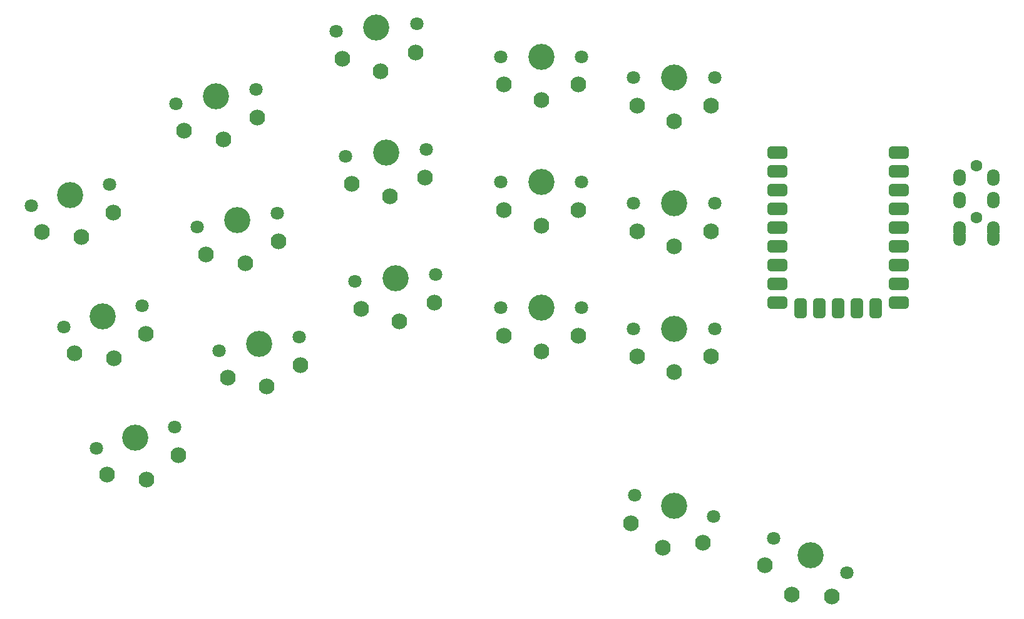
<source format=gbr>
%TF.GenerationSoftware,KiCad,Pcbnew,7.0.8-7.0.8~ubuntu23.04.1*%
%TF.CreationDate,2023-10-06T20:00:32+03:00*%
%TF.ProjectId,joyride,6a6f7972-6964-4652-9e6b-696361645f70,v1.0.0*%
%TF.SameCoordinates,Original*%
%TF.FileFunction,Soldermask,Top*%
%TF.FilePolarity,Negative*%
%FSLAX46Y46*%
G04 Gerber Fmt 4.6, Leading zero omitted, Abs format (unit mm)*
G04 Created by KiCad (PCBNEW 7.0.8-7.0.8~ubuntu23.04.1) date 2023-10-06 20:00:32*
%MOMM*%
%LPD*%
G01*
G04 APERTURE LIST*
G04 Aperture macros list*
%AMRoundRect*
0 Rectangle with rounded corners*
0 $1 Rounding radius*
0 $2 $3 $4 $5 $6 $7 $8 $9 X,Y pos of 4 corners*
0 Add a 4 corners polygon primitive as box body*
4,1,4,$2,$3,$4,$5,$6,$7,$8,$9,$2,$3,0*
0 Add four circle primitives for the rounded corners*
1,1,$1+$1,$2,$3*
1,1,$1+$1,$4,$5*
1,1,$1+$1,$6,$7*
1,1,$1+$1,$8,$9*
0 Add four rect primitives between the rounded corners*
20,1,$1+$1,$2,$3,$4,$5,0*
20,1,$1+$1,$4,$5,$6,$7,0*
20,1,$1+$1,$6,$7,$8,$9,0*
20,1,$1+$1,$8,$9,$2,$3,0*%
G04 Aperture macros list end*
%ADD10C,3.529000*%
%ADD11C,1.801800*%
%ADD12C,2.132000*%
%ADD13RoundRect,0.450050X-0.899950X-0.400050X0.899950X-0.400050X0.899950X0.400050X-0.899950X0.400050X0*%
%ADD14RoundRect,0.443700X-0.393700X-0.906300X0.393700X-0.906300X0.393700X0.906300X-0.393700X0.906300X0*%
%ADD15RoundRect,0.450000X-0.400000X-0.900000X0.400000X-0.900000X0.400000X0.900000X-0.400000X0.900000X0*%
%ADD16RoundRect,0.450000X-0.900000X-0.400000X0.900000X-0.400000X0.900000X0.400000X-0.900000X0.400000X0*%
%ADD17C,1.600000*%
%ADD18O,1.700000X2.300000*%
G04 APERTURE END LIST*
D10*
%TO.C,S1*%
X95600076Y-100579261D03*
D11*
X90287484Y-102002766D03*
X100912668Y-99155756D03*
D12*
X91753959Y-105543874D03*
X97127108Y-106278223D03*
X101413218Y-102955684D03*
X97127108Y-106278223D03*
%TD*%
D10*
%TO.C,S2*%
X91200152Y-84158522D03*
D11*
X85887560Y-85582027D03*
X96512744Y-82735017D03*
D12*
X87354035Y-89123135D03*
X92727184Y-89857484D03*
X97013294Y-86534945D03*
X92727184Y-89857484D03*
%TD*%
D10*
%TO.C,S3*%
X86800229Y-67737783D03*
D11*
X81487637Y-69161288D03*
X92112821Y-66314278D03*
D12*
X82954112Y-72702396D03*
X88327261Y-73436745D03*
X92613371Y-70114206D03*
X88327261Y-73436745D03*
%TD*%
D10*
%TO.C,S4*%
X112364094Y-87872119D03*
D11*
X106947651Y-88827184D03*
X117780537Y-86917054D03*
D12*
X108099918Y-92482629D03*
X113388618Y-93682485D03*
X117947996Y-90746148D03*
X113388618Y-93682485D03*
%TD*%
D10*
%TO.C,S5*%
X109412074Y-71130387D03*
D11*
X103995631Y-72085452D03*
X114828517Y-70175322D03*
D12*
X105147898Y-75740897D03*
X110436598Y-76940753D03*
X114995976Y-74004416D03*
X110436598Y-76940753D03*
%TD*%
D10*
%TO.C,S6*%
X106460055Y-54388655D03*
D11*
X101043612Y-55343720D03*
X111876498Y-53433590D03*
D12*
X102195879Y-58999165D03*
X107484579Y-60199021D03*
X112043957Y-57262684D03*
X107484579Y-60199021D03*
%TD*%
D10*
%TO.C,S7*%
X130776237Y-78954865D03*
D11*
X125297166Y-79434222D03*
X136255308Y-78475508D03*
D12*
X126126455Y-83176184D03*
X131290456Y-84832414D03*
X136088402Y-82304626D03*
X131290456Y-84832414D03*
%TD*%
D10*
%TO.C,S8*%
X129493828Y-62002124D03*
D11*
X124014757Y-62481481D03*
X134972899Y-61522767D03*
D12*
X124844046Y-66223443D03*
X130008047Y-67879673D03*
X134805993Y-65351885D03*
X130008047Y-67879673D03*
%TD*%
D10*
%TO.C,S9*%
X128211420Y-45049383D03*
D11*
X122732349Y-45528740D03*
X133690491Y-44570026D03*
D12*
X123561638Y-49270702D03*
X128725639Y-50926932D03*
X133523585Y-48399144D03*
X128725639Y-50926932D03*
%TD*%
D10*
%TO.C,S10*%
X150484033Y-82983906D03*
D11*
X144984033Y-82983906D03*
X155984033Y-82983906D03*
D12*
X145484033Y-86783906D03*
X150484033Y-88883906D03*
X155484033Y-86783906D03*
X150484033Y-88883906D03*
%TD*%
D10*
%TO.C,S11*%
X150484033Y-65983906D03*
D11*
X144984033Y-65983906D03*
X155984033Y-65983906D03*
D12*
X145484033Y-69783906D03*
X150484033Y-71883906D03*
X155484033Y-69783906D03*
X150484033Y-71883906D03*
%TD*%
D10*
%TO.C,S12*%
X150484033Y-48983906D03*
D11*
X144984033Y-48983906D03*
X155984033Y-48983906D03*
D12*
X145484033Y-52783906D03*
X150484033Y-54883906D03*
X155484033Y-52783906D03*
X150484033Y-54883906D03*
%TD*%
D10*
%TO.C,S13*%
X168484033Y-85817239D03*
D11*
X162984033Y-85817239D03*
X173984033Y-85817239D03*
D12*
X163484033Y-89617239D03*
X168484033Y-91717239D03*
X173484033Y-89617239D03*
X168484033Y-91717239D03*
%TD*%
D10*
%TO.C,S14*%
X168484033Y-68817239D03*
D11*
X162984033Y-68817239D03*
X173984033Y-68817239D03*
D12*
X163484033Y-72617239D03*
X168484033Y-74717239D03*
X173484033Y-72617239D03*
X168484033Y-74717239D03*
%TD*%
D10*
%TO.C,S15*%
X168484033Y-51817239D03*
D11*
X162984033Y-51817239D03*
X173984033Y-51817239D03*
D12*
X163484033Y-55617239D03*
X168484033Y-57717239D03*
X173484033Y-55617239D03*
X168484033Y-57717239D03*
%TD*%
D10*
%TO.C,S16*%
X168484033Y-109817239D03*
D11*
X163171441Y-108393734D03*
X173796625Y-111240744D03*
D12*
X162670891Y-112193662D03*
X166957001Y-115516201D03*
X172330150Y-114781852D03*
X166957001Y-115516201D03*
%TD*%
D10*
%TO.C,S17*%
X186890228Y-116516546D03*
D11*
X181905535Y-114192146D03*
X191874921Y-118840946D03*
D12*
X180752740Y-117847424D03*
X184396780Y-121863762D03*
X189815818Y-122073607D03*
X184396780Y-121863762D03*
%TD*%
D13*
%TO.C,RP2040Zero1*%
X182424033Y-69577239D03*
X182424033Y-72117239D03*
X182424033Y-67037239D03*
X182424033Y-64497239D03*
X182424033Y-61957239D03*
X182424033Y-74657239D03*
X182424033Y-77197239D03*
X182424033Y-79737239D03*
X182424033Y-82277239D03*
D14*
X185564033Y-83087239D03*
X188104033Y-83087239D03*
X190644033Y-83087239D03*
X193184033Y-83087239D03*
D15*
X195724033Y-83087239D03*
D13*
X198864033Y-82277239D03*
X198864033Y-79737239D03*
X198864033Y-77197239D03*
X198864033Y-74657239D03*
D16*
X198864033Y-72117239D03*
X198864033Y-69577239D03*
X198864033Y-67037239D03*
X198864033Y-64497239D03*
X198864033Y-61957239D03*
D13*
X182424033Y-69577239D03*
X182424033Y-72117239D03*
X182424033Y-67037239D03*
X182424033Y-64497239D03*
X182424033Y-61957239D03*
X182424033Y-74657239D03*
X182424033Y-77197239D03*
X182424033Y-79737239D03*
X182424033Y-82277239D03*
D14*
X185564033Y-83087239D03*
X188104033Y-83087239D03*
X190644033Y-83087239D03*
X193184033Y-83087239D03*
D15*
X195724033Y-83087239D03*
D13*
X198864033Y-82277239D03*
X198864033Y-79737239D03*
X198864033Y-77197239D03*
X198864033Y-74657239D03*
D16*
X198864033Y-72117239D03*
X198864033Y-69577239D03*
X198864033Y-67037239D03*
X198864033Y-64497239D03*
X198864033Y-61957239D03*
%TD*%
D17*
%TO.C,TRRS1*%
X209380000Y-70790000D03*
X209380000Y-63790000D03*
D18*
X211680000Y-73490000D03*
X207080000Y-72390000D03*
X207080000Y-68390000D03*
X207080000Y-65390000D03*
X207080000Y-73490000D03*
X211680000Y-72390000D03*
X211680000Y-68390000D03*
X211680000Y-65390000D03*
%TD*%
M02*

</source>
